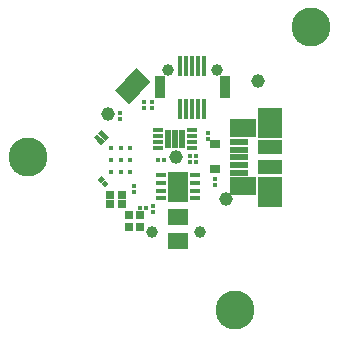
<source format=gbr>
G04 #@! TF.FileFunction,Soldermask,Top*
%FSLAX46Y46*%
G04 Gerber Fmt 4.6, Leading zero omitted, Abs format (unit mm)*
G04 Created by KiCad (PCBNEW 4.0.2+dfsg1-2~bpo8+1-stable) date jue 23 mar 2017 16:55:10 ART*
%MOMM*%
G01*
G04 APERTURE LIST*
%ADD10C,0.100000*%
%ADD11C,1.150000*%
%ADD12R,0.420000X0.440000*%
%ADD13R,0.440000X0.420000*%
%ADD14R,0.942240X0.442240*%
%ADD15R,1.792240X2.542240*%
%ADD16R,0.642240X0.642240*%
%ADD17R,0.822240X0.722240*%
%ADD18R,2.042240X1.312240*%
%ADD19R,2.042240X2.512240*%
%ADD20R,2.242240X1.612240*%
%ADD21R,1.522240X0.592240*%
%ADD22C,1.000000*%
%ADD23R,0.437160X1.737160*%
%ADD24R,0.937160X1.937160*%
%ADD25C,3.302000*%
%ADD26C,1.162000*%
%ADD27R,1.700000X1.350000*%
%ADD28C,0.400000*%
%ADD29R,0.850000X0.400000*%
%ADD30R,0.550000X0.500000*%
G04 APERTURE END LIST*
D10*
G36*
X79125908Y-59543224D02*
X80091250Y-58577882D01*
X81272118Y-59758750D01*
X80306776Y-60724092D01*
X79125908Y-59543224D01*
X79125908Y-59543224D01*
G37*
G36*
X78227882Y-60441250D02*
X79193224Y-59475908D01*
X80374092Y-60656776D01*
X79408750Y-61622118D01*
X78227882Y-60441250D01*
X78227882Y-60441250D01*
G37*
D11*
X90352082Y-59702082D03*
D12*
X85085000Y-66550000D03*
X84565000Y-66550000D03*
X85085000Y-66050000D03*
X84565000Y-66050000D03*
X81890000Y-66350000D03*
X82410000Y-66350000D03*
D13*
X79850000Y-68540000D03*
X79850000Y-69060000D03*
D12*
X80390000Y-70400000D03*
X80910000Y-70400000D03*
D13*
X80750000Y-61440000D03*
X80750000Y-61960000D03*
X81350000Y-61440000D03*
X81350000Y-61960000D03*
X78700000Y-62910000D03*
X78700000Y-62390000D03*
X86150000Y-64040000D03*
X86150000Y-64560000D03*
X86750000Y-67940000D03*
X86750000Y-68460000D03*
D14*
X82110000Y-67660000D03*
X82110000Y-68310000D03*
X82110000Y-68950000D03*
X82110000Y-69600000D03*
X85050000Y-68950000D03*
X85050000Y-68310000D03*
X85050000Y-67660000D03*
D15*
X83580000Y-68630000D03*
D14*
X85050000Y-69600000D03*
D16*
X77850000Y-69300000D03*
X78850000Y-69300000D03*
X78850000Y-70100000D03*
X77850000Y-70100000D03*
X79450000Y-71000000D03*
X79450000Y-72000000D03*
X80350000Y-71000000D03*
X80350000Y-72000000D03*
D17*
X86750000Y-67150000D03*
X86750000Y-65050000D03*
D18*
X91400000Y-66980000D03*
X91400000Y-65300000D03*
D19*
X91400000Y-63230000D03*
X91400000Y-69050000D03*
D20*
X89100000Y-63680000D03*
X89100000Y-68600000D03*
D21*
X88740000Y-67440000D03*
X88740000Y-66790000D03*
X88740000Y-66140000D03*
X88740000Y-65490000D03*
X88740000Y-64840000D03*
D10*
G36*
X77426777Y-64112096D02*
X77737904Y-64423223D01*
X77440919Y-64720208D01*
X77129792Y-64409081D01*
X77426777Y-64112096D01*
X77426777Y-64112096D01*
G37*
G36*
X77059081Y-64479792D02*
X77370208Y-64790919D01*
X77073223Y-65087904D01*
X76762096Y-64776777D01*
X77059081Y-64479792D01*
X77059081Y-64479792D01*
G37*
D13*
X81450000Y-70760000D03*
X81450000Y-70240000D03*
D10*
G36*
X77126777Y-63812096D02*
X77437904Y-64123223D01*
X77140919Y-64420208D01*
X76829792Y-64109081D01*
X77126777Y-63812096D01*
X77126777Y-63812096D01*
G37*
G36*
X76759081Y-64179792D02*
X77070208Y-64490919D01*
X76773223Y-64787904D01*
X76462096Y-64476777D01*
X76759081Y-64179792D01*
X76759081Y-64179792D01*
G37*
D22*
X86847840Y-58704220D03*
X82747840Y-58704220D03*
D23*
X85797840Y-58404220D03*
X85297840Y-58404220D03*
X84797840Y-58404220D03*
X84297840Y-58404220D03*
X83797840Y-58404220D03*
X83797840Y-62004220D03*
X84297840Y-62004220D03*
X84797840Y-62004220D03*
X85297840Y-62004220D03*
X85797840Y-62004220D03*
D24*
X82047840Y-60204220D03*
X87547840Y-60204220D03*
D22*
X85450000Y-72500000D03*
X81350000Y-72500000D03*
D10*
G36*
X77737904Y-68376777D02*
X77426777Y-68687904D01*
X77129792Y-68390919D01*
X77440919Y-68079792D01*
X77737904Y-68376777D01*
X77737904Y-68376777D01*
G37*
G36*
X77370208Y-68009081D02*
X77059081Y-68320208D01*
X76762096Y-68023223D01*
X77073223Y-67712096D01*
X77370208Y-68009081D01*
X77370208Y-68009081D01*
G37*
D25*
X70850000Y-66100000D03*
X88450000Y-79100000D03*
X94850000Y-55100000D03*
D26*
X87650000Y-69700000D03*
X83450000Y-66100000D03*
X77650000Y-62500000D03*
D27*
X83550000Y-71203000D03*
X83550000Y-73235000D03*
D28*
X78727676Y-66374572D03*
X79527676Y-66374572D03*
X78727676Y-65374572D03*
X78727676Y-67374572D03*
X79527676Y-65374572D03*
X77927676Y-66374572D03*
X79527676Y-67374572D03*
X77927676Y-65374572D03*
X77927676Y-67374572D03*
D29*
X84800000Y-65350000D03*
X84800000Y-64850000D03*
X84800000Y-64350000D03*
X84800000Y-63850000D03*
X81900000Y-63850000D03*
X81900000Y-64350000D03*
X81900000Y-64850000D03*
X81900000Y-65350000D03*
D30*
X82750000Y-64600000D03*
X82750000Y-65100000D03*
X82750000Y-64100000D03*
X83950000Y-64100000D03*
X83350000Y-64600000D03*
X83950000Y-65100000D03*
X83350000Y-64100000D03*
X83350000Y-65100000D03*
X83950000Y-64600000D03*
M02*

</source>
